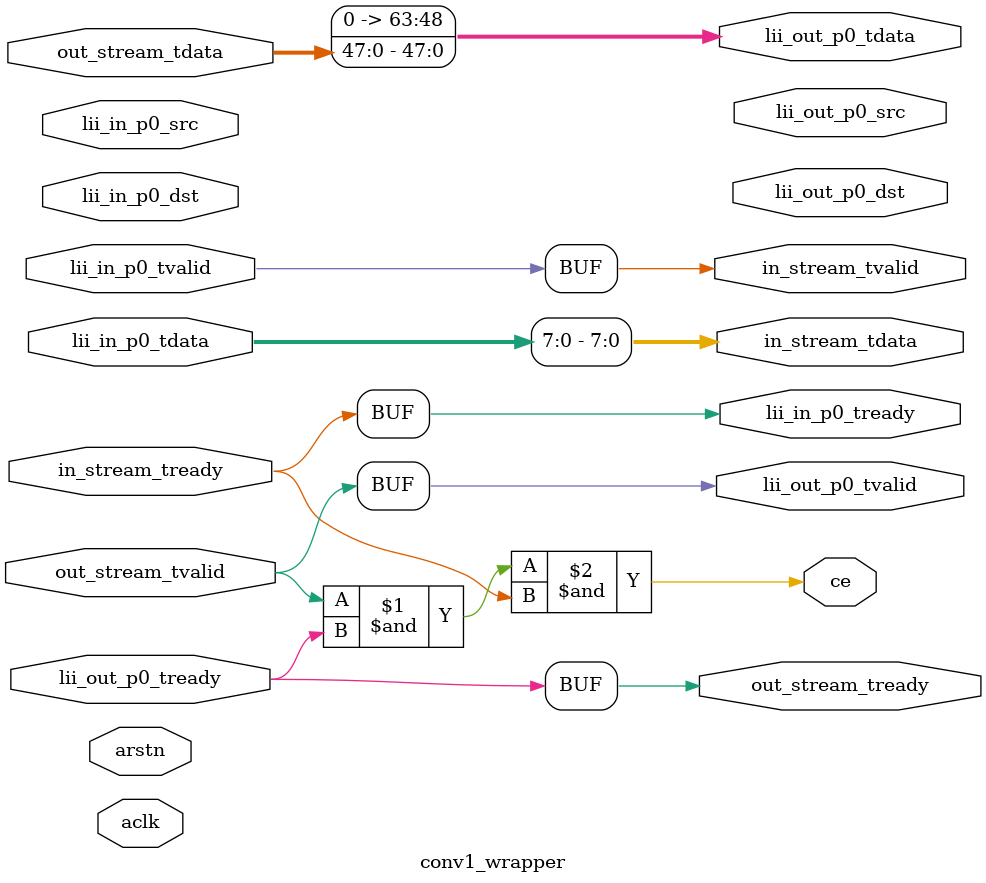
<source format=v>
`timescale 1ns/1ps

module conv1_wrapper
#(
    parameter NIN  = 1,   // logic input streams
    parameter NOUT = 1,  // logic output streams
    parameter P    = 1,              // phy in channels
    parameter Q    = 1,             // phy out channels
    parameter PW   = 64              // packing width
)
(
    // ------ clock and reset ------
    input  wire                     aclk,
    input  wire                     arstn,
    // ------ LII phy input ------
    input  wire [PW-1:0]            lii_in_p0_tdata,
    input  wire                     lii_in_p0_tvalid,
    output wire                     lii_in_p0_tready,
    input  wire [7:0]               lii_in_p0_src,
    input  wire [7:0]               lii_in_p0_dst,
    // ------ LII phy output ------
    output wire [PW-1:0]            lii_out_p0_tdata,
    output wire                     lii_out_p0_tvalid,
    input  wire                     lii_out_p0_tready,
    output wire [7:0]               lii_out_p0_src,
    output wire [7:0]               lii_out_p0_dst,
    // ------ connection to HLS kernel ------
    output wire [7:0]   in_stream_tdata,
    output wire                     in_stream_tvalid,
    input  wire                     in_stream_tready,
    input  wire [47:0]   out_stream_tdata,
    input  wire                     out_stream_tvalid,
    output wire                     out_stream_tready,
    // ------ clock enable for HLS kernel ------
    output wire                     ce
);

    // ========= input: unpack =========
    assign lii_in_p0_tready =
        in_stream_tready;
    assign in_stream_tdata  = lii_in_p0_tdata[7:0];
    assign in_stream_tvalid = lii_in_p0_tvalid;

    // ========= output: pack =========
    assign lii_out_p0_tvalid = 
        out_stream_tvalid;
    assign lii_out_p0_tdata = {
        out_stream_tdata
    };
    assign { out_stream_tready } =
           { lii_out_p0_tready };

    // ========= kernel clock gating =========
    assign ce = (out_stream_tvalid) &
                (lii_out_p0_tready) &
                (lii_in_p0_tready);
endmodule
</source>
